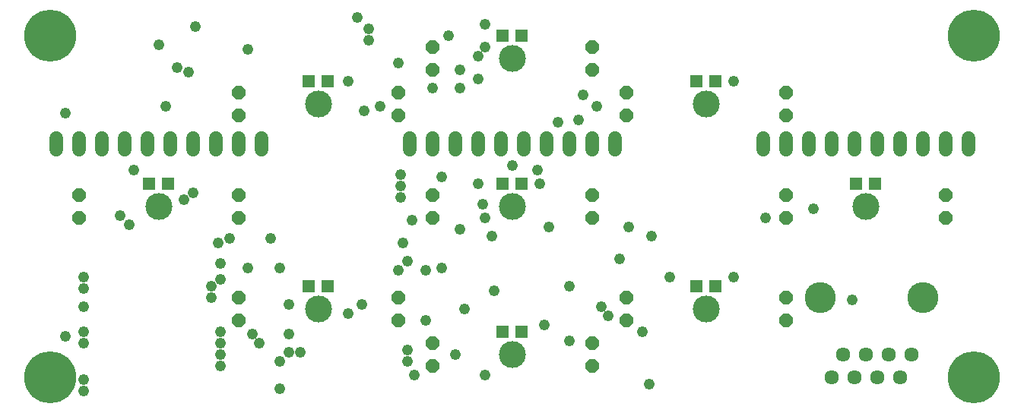
<source format=gbs>
G75*
%MOIN*%
%OFA0B0*%
%FSLAX24Y24*%
%IPPOS*%
%LPD*%
%AMOC8*
5,1,8,0,0,1.08239X$1,22.5*
%
%ADD10C,0.1182*%
%ADD11R,0.0552X0.0552*%
%ADD12C,0.0634*%
%ADD13C,0.1360*%
%ADD14OC8,0.0600*%
%ADD15C,0.0600*%
%ADD16C,0.0480*%
%ADD17C,0.2280*%
D10*
X013180Y004430D03*
X021680Y002430D03*
X030180Y004430D03*
X037180Y008930D03*
X030180Y013430D03*
X021680Y015430D03*
X013180Y013430D03*
X006180Y008930D03*
X021680Y008930D03*
D11*
X021267Y009930D03*
X022093Y009930D03*
X029767Y005430D03*
X030593Y005430D03*
X022093Y003430D03*
X021267Y003430D03*
X013593Y005430D03*
X012767Y005430D03*
X006593Y009930D03*
X005767Y009930D03*
X012767Y014430D03*
X013593Y014430D03*
X021267Y016430D03*
X022093Y016430D03*
X029767Y014430D03*
X030593Y014430D03*
X036767Y009930D03*
X037593Y009930D03*
D12*
X037180Y002430D03*
X036180Y002430D03*
X035680Y001430D03*
X036680Y001430D03*
X037680Y001430D03*
X038680Y001430D03*
X038180Y002430D03*
X039180Y002430D03*
D13*
X039680Y004930D03*
X035180Y004930D03*
D14*
X033680Y004930D03*
X033680Y003930D03*
X026680Y003930D03*
X026680Y004930D03*
X025180Y002930D03*
X025180Y001930D03*
X018180Y001930D03*
X018180Y002930D03*
X016680Y003930D03*
X016680Y004930D03*
X009680Y004930D03*
X009680Y003930D03*
X009680Y008430D03*
X009680Y009430D03*
X002680Y009430D03*
X002680Y008430D03*
X009680Y012930D03*
X009680Y013930D03*
X016680Y013930D03*
X016680Y012930D03*
X018180Y014930D03*
X018180Y015930D03*
X025180Y015930D03*
X025180Y014930D03*
X026680Y013930D03*
X026680Y012930D03*
X033680Y012930D03*
X033680Y013930D03*
X033680Y009430D03*
X033680Y008430D03*
X040680Y008430D03*
X040680Y009430D03*
X025180Y009430D03*
X025180Y008430D03*
X018180Y008430D03*
X018180Y009430D03*
D15*
X018180Y011420D02*
X018180Y011940D01*
X017180Y011940D02*
X017180Y011420D01*
X019180Y011420D02*
X019180Y011940D01*
X020180Y011940D02*
X020180Y011420D01*
X021180Y011420D02*
X021180Y011940D01*
X022180Y011940D02*
X022180Y011420D01*
X023180Y011420D02*
X023180Y011940D01*
X024180Y011940D02*
X024180Y011420D01*
X025180Y011420D02*
X025180Y011940D01*
X026180Y011940D02*
X026180Y011420D01*
X032680Y011420D02*
X032680Y011940D01*
X033680Y011940D02*
X033680Y011420D01*
X034680Y011420D02*
X034680Y011940D01*
X035680Y011940D02*
X035680Y011420D01*
X036680Y011420D02*
X036680Y011940D01*
X037680Y011940D02*
X037680Y011420D01*
X038680Y011420D02*
X038680Y011940D01*
X039680Y011940D02*
X039680Y011420D01*
X040680Y011420D02*
X040680Y011940D01*
X041680Y011940D02*
X041680Y011420D01*
X010680Y011420D02*
X010680Y011940D01*
X009680Y011940D02*
X009680Y011420D01*
X008680Y011420D02*
X008680Y011940D01*
X007680Y011940D02*
X007680Y011420D01*
X006680Y011420D02*
X006680Y011940D01*
X005680Y011940D02*
X005680Y011420D01*
X004680Y011420D02*
X004680Y011940D01*
X003680Y011940D02*
X003680Y011420D01*
X002680Y011420D02*
X002680Y011940D01*
X001680Y011940D02*
X001680Y011420D01*
D16*
X002880Y000830D03*
X002880Y001330D03*
X002880Y002930D03*
X002080Y003230D03*
X002880Y003430D03*
X002880Y004530D03*
X002880Y005330D03*
X002880Y005830D03*
X004880Y008130D03*
X004480Y008530D03*
X007280Y009230D03*
X007680Y009530D03*
X005080Y010530D03*
X002080Y013030D03*
X006480Y013330D03*
X007480Y014830D03*
X006980Y015030D03*
X006180Y016030D03*
X007780Y016830D03*
X010080Y015830D03*
X014480Y014430D03*
X016680Y015230D03*
X015380Y016230D03*
X015380Y016730D03*
X014880Y017230D03*
X018880Y016430D03*
X020480Y015930D03*
X020180Y015530D03*
X019380Y014930D03*
X020180Y014530D03*
X019380Y014130D03*
X018180Y014130D03*
X015880Y013330D03*
X015180Y013130D03*
X021680Y010730D03*
X022780Y010530D03*
X022880Y009930D03*
X020380Y009030D03*
X020480Y008430D03*
X019380Y007930D03*
X020780Y007630D03*
X023280Y008030D03*
X026380Y006630D03*
X027780Y007630D03*
X026780Y008030D03*
X028580Y005830D03*
X031380Y005830D03*
X036580Y004830D03*
X032780Y008430D03*
X034880Y008830D03*
X025580Y004530D03*
X025880Y004130D03*
X027380Y003430D03*
X024180Y003030D03*
X023080Y003730D03*
X019580Y004430D03*
X017880Y003930D03*
X015080Y004630D03*
X014480Y004230D03*
X011880Y004630D03*
X011880Y003330D03*
X010580Y002930D03*
X010280Y003330D03*
X008880Y003430D03*
X008880Y002930D03*
X008880Y002430D03*
X008880Y001930D03*
X011480Y002130D03*
X011880Y002530D03*
X012380Y002530D03*
X011480Y000930D03*
X017080Y002130D03*
X017080Y002630D03*
X019180Y002430D03*
X020480Y001530D03*
X017380Y001530D03*
X020880Y005230D03*
X018580Y006230D03*
X017880Y006130D03*
X017080Y006530D03*
X016680Y006130D03*
X016880Y007330D03*
X017280Y008330D03*
X016780Y009330D03*
X016780Y009830D03*
X016780Y010330D03*
X018580Y010230D03*
X020180Y009930D03*
X023680Y012630D03*
X024580Y012730D03*
X025380Y013330D03*
X024780Y013830D03*
X031380Y014430D03*
X020480Y016930D03*
X011080Y007530D03*
X009280Y007530D03*
X008780Y007330D03*
X008880Y006430D03*
X010080Y006230D03*
X008880Y005730D03*
X008480Y005430D03*
X008480Y004930D03*
X011480Y006230D03*
X024180Y005430D03*
X027680Y001130D03*
D17*
X041930Y001430D03*
X041930Y016430D03*
X001430Y016430D03*
X001430Y001430D03*
M02*

</source>
